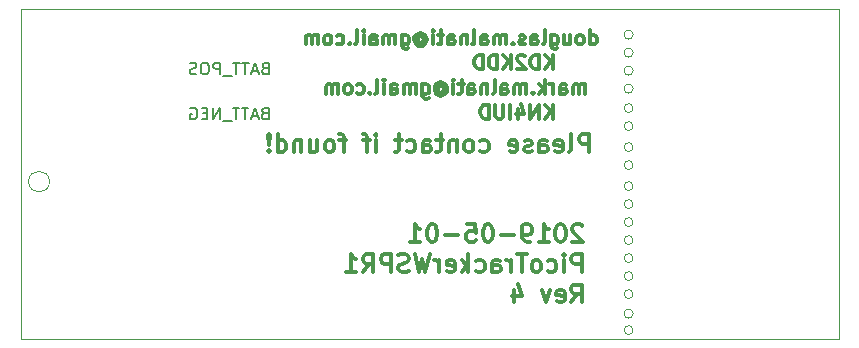
<source format=gbr>
G04 #@! TF.GenerationSoftware,KiCad,Pcbnew,(5.1.0)-1*
G04 #@! TF.CreationDate,2019-05-01T15:09:39-04:00*
G04 #@! TF.ProjectId,PicoTrackerWSPR1Rev4,5069636f-5472-4616-936b-657257535052,rev?*
G04 #@! TF.SameCoordinates,Original*
G04 #@! TF.FileFunction,Legend,Bot*
G04 #@! TF.FilePolarity,Positive*
%FSLAX46Y46*%
G04 Gerber Fmt 4.6, Leading zero omitted, Abs format (unit mm)*
G04 Created by KiCad (PCBNEW (5.1.0)-1) date 2019-05-01 15:09:39*
%MOMM*%
%LPD*%
G04 APERTURE LIST*
%ADD10C,0.100000*%
%ADD11C,0.300000*%
%ADD12C,0.150000*%
G04 APERTURE END LIST*
D10*
X53975000Y-62230000D02*
X53975000Y-63500000D01*
X123190000Y-62230000D02*
X123190000Y-63500000D01*
X53975000Y-90170000D02*
X53975000Y-63500000D01*
X123190000Y-90170000D02*
X53975000Y-90170000D01*
X123190000Y-63500000D02*
X123190000Y-90170000D01*
X53975000Y-62230000D02*
X123190000Y-62230000D01*
X105791021Y-89408000D02*
G75*
G03X105791021Y-89408000I-381021J0D01*
G01*
D11*
X102129000Y-65210857D02*
X102129000Y-64010857D01*
X102129000Y-65153714D02*
X102243285Y-65210857D01*
X102471857Y-65210857D01*
X102586142Y-65153714D01*
X102643285Y-65096571D01*
X102700428Y-64982285D01*
X102700428Y-64639428D01*
X102643285Y-64525142D01*
X102586142Y-64468000D01*
X102471857Y-64410857D01*
X102243285Y-64410857D01*
X102129000Y-64468000D01*
X101386142Y-65210857D02*
X101500428Y-65153714D01*
X101557571Y-65096571D01*
X101614714Y-64982285D01*
X101614714Y-64639428D01*
X101557571Y-64525142D01*
X101500428Y-64468000D01*
X101386142Y-64410857D01*
X101214714Y-64410857D01*
X101100428Y-64468000D01*
X101043285Y-64525142D01*
X100986142Y-64639428D01*
X100986142Y-64982285D01*
X101043285Y-65096571D01*
X101100428Y-65153714D01*
X101214714Y-65210857D01*
X101386142Y-65210857D01*
X99957571Y-64410857D02*
X99957571Y-65210857D01*
X100471857Y-64410857D02*
X100471857Y-65039428D01*
X100414714Y-65153714D01*
X100300428Y-65210857D01*
X100129000Y-65210857D01*
X100014714Y-65153714D01*
X99957571Y-65096571D01*
X98871857Y-64410857D02*
X98871857Y-65382285D01*
X98929000Y-65496571D01*
X98986142Y-65553714D01*
X99100428Y-65610857D01*
X99271857Y-65610857D01*
X99386142Y-65553714D01*
X98871857Y-65153714D02*
X98986142Y-65210857D01*
X99214714Y-65210857D01*
X99329000Y-65153714D01*
X99386142Y-65096571D01*
X99443285Y-64982285D01*
X99443285Y-64639428D01*
X99386142Y-64525142D01*
X99329000Y-64468000D01*
X99214714Y-64410857D01*
X98986142Y-64410857D01*
X98871857Y-64468000D01*
X98129000Y-65210857D02*
X98243285Y-65153714D01*
X98300428Y-65039428D01*
X98300428Y-64010857D01*
X97157571Y-65210857D02*
X97157571Y-64582285D01*
X97214714Y-64468000D01*
X97329000Y-64410857D01*
X97557571Y-64410857D01*
X97671857Y-64468000D01*
X97157571Y-65153714D02*
X97271857Y-65210857D01*
X97557571Y-65210857D01*
X97671857Y-65153714D01*
X97729000Y-65039428D01*
X97729000Y-64925142D01*
X97671857Y-64810857D01*
X97557571Y-64753714D01*
X97271857Y-64753714D01*
X97157571Y-64696571D01*
X96643285Y-65153714D02*
X96529000Y-65210857D01*
X96300428Y-65210857D01*
X96186142Y-65153714D01*
X96129000Y-65039428D01*
X96129000Y-64982285D01*
X96186142Y-64868000D01*
X96300428Y-64810857D01*
X96471857Y-64810857D01*
X96586142Y-64753714D01*
X96643285Y-64639428D01*
X96643285Y-64582285D01*
X96586142Y-64468000D01*
X96471857Y-64410857D01*
X96300428Y-64410857D01*
X96186142Y-64468000D01*
X95614714Y-65096571D02*
X95557571Y-65153714D01*
X95614714Y-65210857D01*
X95671857Y-65153714D01*
X95614714Y-65096571D01*
X95614714Y-65210857D01*
X95043285Y-65210857D02*
X95043285Y-64410857D01*
X95043285Y-64525142D02*
X94986142Y-64468000D01*
X94871857Y-64410857D01*
X94700428Y-64410857D01*
X94586142Y-64468000D01*
X94529000Y-64582285D01*
X94529000Y-65210857D01*
X94529000Y-64582285D02*
X94471857Y-64468000D01*
X94357571Y-64410857D01*
X94186142Y-64410857D01*
X94071857Y-64468000D01*
X94014714Y-64582285D01*
X94014714Y-65210857D01*
X92929000Y-65210857D02*
X92929000Y-64582285D01*
X92986142Y-64468000D01*
X93100428Y-64410857D01*
X93329000Y-64410857D01*
X93443285Y-64468000D01*
X92929000Y-65153714D02*
X93043285Y-65210857D01*
X93329000Y-65210857D01*
X93443285Y-65153714D01*
X93500428Y-65039428D01*
X93500428Y-64925142D01*
X93443285Y-64810857D01*
X93329000Y-64753714D01*
X93043285Y-64753714D01*
X92929000Y-64696571D01*
X92186142Y-65210857D02*
X92300428Y-65153714D01*
X92357571Y-65039428D01*
X92357571Y-64010857D01*
X91729000Y-64410857D02*
X91729000Y-65210857D01*
X91729000Y-64525142D02*
X91671857Y-64468000D01*
X91557571Y-64410857D01*
X91386142Y-64410857D01*
X91271857Y-64468000D01*
X91214714Y-64582285D01*
X91214714Y-65210857D01*
X90129000Y-65210857D02*
X90129000Y-64582285D01*
X90186142Y-64468000D01*
X90300428Y-64410857D01*
X90529000Y-64410857D01*
X90643285Y-64468000D01*
X90129000Y-65153714D02*
X90243285Y-65210857D01*
X90529000Y-65210857D01*
X90643285Y-65153714D01*
X90700428Y-65039428D01*
X90700428Y-64925142D01*
X90643285Y-64810857D01*
X90529000Y-64753714D01*
X90243285Y-64753714D01*
X90129000Y-64696571D01*
X89729000Y-64410857D02*
X89271857Y-64410857D01*
X89557571Y-64010857D02*
X89557571Y-65039428D01*
X89500428Y-65153714D01*
X89386142Y-65210857D01*
X89271857Y-65210857D01*
X88871857Y-65210857D02*
X88871857Y-64410857D01*
X88871857Y-64010857D02*
X88929000Y-64068000D01*
X88871857Y-64125142D01*
X88814714Y-64068000D01*
X88871857Y-64010857D01*
X88871857Y-64125142D01*
X87557571Y-64639428D02*
X87614714Y-64582285D01*
X87729000Y-64525142D01*
X87843285Y-64525142D01*
X87957571Y-64582285D01*
X88014714Y-64639428D01*
X88071857Y-64753714D01*
X88071857Y-64868000D01*
X88014714Y-64982285D01*
X87957571Y-65039428D01*
X87843285Y-65096571D01*
X87729000Y-65096571D01*
X87614714Y-65039428D01*
X87557571Y-64982285D01*
X87557571Y-64525142D02*
X87557571Y-64982285D01*
X87500428Y-65039428D01*
X87443285Y-65039428D01*
X87329000Y-64982285D01*
X87271857Y-64868000D01*
X87271857Y-64582285D01*
X87386142Y-64410857D01*
X87557571Y-64296571D01*
X87786142Y-64239428D01*
X88014714Y-64296571D01*
X88186142Y-64410857D01*
X88300428Y-64582285D01*
X88357571Y-64810857D01*
X88300428Y-65039428D01*
X88186142Y-65210857D01*
X88014714Y-65325142D01*
X87786142Y-65382285D01*
X87557571Y-65325142D01*
X87386142Y-65210857D01*
X86243285Y-64410857D02*
X86243285Y-65382285D01*
X86300428Y-65496571D01*
X86357571Y-65553714D01*
X86471857Y-65610857D01*
X86643285Y-65610857D01*
X86757571Y-65553714D01*
X86243285Y-65153714D02*
X86357571Y-65210857D01*
X86586142Y-65210857D01*
X86700428Y-65153714D01*
X86757571Y-65096571D01*
X86814714Y-64982285D01*
X86814714Y-64639428D01*
X86757571Y-64525142D01*
X86700428Y-64468000D01*
X86586142Y-64410857D01*
X86357571Y-64410857D01*
X86243285Y-64468000D01*
X85671857Y-65210857D02*
X85671857Y-64410857D01*
X85671857Y-64525142D02*
X85614714Y-64468000D01*
X85500428Y-64410857D01*
X85329000Y-64410857D01*
X85214714Y-64468000D01*
X85157571Y-64582285D01*
X85157571Y-65210857D01*
X85157571Y-64582285D02*
X85100428Y-64468000D01*
X84986142Y-64410857D01*
X84814714Y-64410857D01*
X84700428Y-64468000D01*
X84643285Y-64582285D01*
X84643285Y-65210857D01*
X83557571Y-65210857D02*
X83557571Y-64582285D01*
X83614714Y-64468000D01*
X83729000Y-64410857D01*
X83957571Y-64410857D01*
X84071857Y-64468000D01*
X83557571Y-65153714D02*
X83671857Y-65210857D01*
X83957571Y-65210857D01*
X84071857Y-65153714D01*
X84129000Y-65039428D01*
X84129000Y-64925142D01*
X84071857Y-64810857D01*
X83957571Y-64753714D01*
X83671857Y-64753714D01*
X83557571Y-64696571D01*
X82986142Y-65210857D02*
X82986142Y-64410857D01*
X82986142Y-64010857D02*
X83043285Y-64068000D01*
X82986142Y-64125142D01*
X82929000Y-64068000D01*
X82986142Y-64010857D01*
X82986142Y-64125142D01*
X82243285Y-65210857D02*
X82357571Y-65153714D01*
X82414714Y-65039428D01*
X82414714Y-64010857D01*
X81786142Y-65096571D02*
X81729000Y-65153714D01*
X81786142Y-65210857D01*
X81843285Y-65153714D01*
X81786142Y-65096571D01*
X81786142Y-65210857D01*
X80700428Y-65153714D02*
X80814714Y-65210857D01*
X81043285Y-65210857D01*
X81157571Y-65153714D01*
X81214714Y-65096571D01*
X81271857Y-64982285D01*
X81271857Y-64639428D01*
X81214714Y-64525142D01*
X81157571Y-64468000D01*
X81043285Y-64410857D01*
X80814714Y-64410857D01*
X80700428Y-64468000D01*
X80014714Y-65210857D02*
X80129000Y-65153714D01*
X80186142Y-65096571D01*
X80243285Y-64982285D01*
X80243285Y-64639428D01*
X80186142Y-64525142D01*
X80129000Y-64468000D01*
X80014714Y-64410857D01*
X79843285Y-64410857D01*
X79729000Y-64468000D01*
X79671857Y-64525142D01*
X79614714Y-64639428D01*
X79614714Y-64982285D01*
X79671857Y-65096571D01*
X79729000Y-65153714D01*
X79843285Y-65210857D01*
X80014714Y-65210857D01*
X79100428Y-65210857D02*
X79100428Y-64410857D01*
X79100428Y-64525142D02*
X79043285Y-64468000D01*
X78929000Y-64410857D01*
X78757571Y-64410857D01*
X78643285Y-64468000D01*
X78586142Y-64582285D01*
X78586142Y-65210857D01*
X78586142Y-64582285D02*
X78529000Y-64468000D01*
X78414714Y-64410857D01*
X78243285Y-64410857D01*
X78129000Y-64468000D01*
X78071857Y-64582285D01*
X78071857Y-65210857D01*
X98986142Y-67310857D02*
X98986142Y-66110857D01*
X98300428Y-67310857D02*
X98814714Y-66625142D01*
X98300428Y-66110857D02*
X98986142Y-66796571D01*
X97786142Y-67310857D02*
X97786142Y-66110857D01*
X97500428Y-66110857D01*
X97329000Y-66168000D01*
X97214714Y-66282285D01*
X97157571Y-66396571D01*
X97100428Y-66625142D01*
X97100428Y-66796571D01*
X97157571Y-67025142D01*
X97214714Y-67139428D01*
X97329000Y-67253714D01*
X97500428Y-67310857D01*
X97786142Y-67310857D01*
X96643285Y-66225142D02*
X96586142Y-66168000D01*
X96471857Y-66110857D01*
X96186142Y-66110857D01*
X96071857Y-66168000D01*
X96014714Y-66225142D01*
X95957571Y-66339428D01*
X95957571Y-66453714D01*
X96014714Y-66625142D01*
X96700428Y-67310857D01*
X95957571Y-67310857D01*
X95443285Y-67310857D02*
X95443285Y-66110857D01*
X94757571Y-67310857D02*
X95271857Y-66625142D01*
X94757571Y-66110857D02*
X95443285Y-66796571D01*
X94243285Y-67310857D02*
X94243285Y-66110857D01*
X93957571Y-66110857D01*
X93786142Y-66168000D01*
X93671857Y-66282285D01*
X93614714Y-66396571D01*
X93557571Y-66625142D01*
X93557571Y-66796571D01*
X93614714Y-67025142D01*
X93671857Y-67139428D01*
X93786142Y-67253714D01*
X93957571Y-67310857D01*
X94243285Y-67310857D01*
X93043285Y-67310857D02*
X93043285Y-66110857D01*
X92757571Y-66110857D01*
X92586142Y-66168000D01*
X92471857Y-66282285D01*
X92414714Y-66396571D01*
X92357571Y-66625142D01*
X92357571Y-66796571D01*
X92414714Y-67025142D01*
X92471857Y-67139428D01*
X92586142Y-67253714D01*
X92757571Y-67310857D01*
X93043285Y-67310857D01*
X101729000Y-69410857D02*
X101729000Y-68610857D01*
X101729000Y-68725142D02*
X101671857Y-68668000D01*
X101557571Y-68610857D01*
X101386142Y-68610857D01*
X101271857Y-68668000D01*
X101214714Y-68782285D01*
X101214714Y-69410857D01*
X101214714Y-68782285D02*
X101157571Y-68668000D01*
X101043285Y-68610857D01*
X100871857Y-68610857D01*
X100757571Y-68668000D01*
X100700428Y-68782285D01*
X100700428Y-69410857D01*
X99614714Y-69410857D02*
X99614714Y-68782285D01*
X99671857Y-68668000D01*
X99786142Y-68610857D01*
X100014714Y-68610857D01*
X100129000Y-68668000D01*
X99614714Y-69353714D02*
X99729000Y-69410857D01*
X100014714Y-69410857D01*
X100129000Y-69353714D01*
X100186142Y-69239428D01*
X100186142Y-69125142D01*
X100129000Y-69010857D01*
X100014714Y-68953714D01*
X99729000Y-68953714D01*
X99614714Y-68896571D01*
X99043285Y-69410857D02*
X99043285Y-68610857D01*
X99043285Y-68839428D02*
X98986142Y-68725142D01*
X98929000Y-68668000D01*
X98814714Y-68610857D01*
X98700428Y-68610857D01*
X98300428Y-69410857D02*
X98300428Y-68210857D01*
X98186142Y-68953714D02*
X97843285Y-69410857D01*
X97843285Y-68610857D02*
X98300428Y-69068000D01*
X97329000Y-69296571D02*
X97271857Y-69353714D01*
X97329000Y-69410857D01*
X97386142Y-69353714D01*
X97329000Y-69296571D01*
X97329000Y-69410857D01*
X96757571Y-69410857D02*
X96757571Y-68610857D01*
X96757571Y-68725142D02*
X96700428Y-68668000D01*
X96586142Y-68610857D01*
X96414714Y-68610857D01*
X96300428Y-68668000D01*
X96243285Y-68782285D01*
X96243285Y-69410857D01*
X96243285Y-68782285D02*
X96186142Y-68668000D01*
X96071857Y-68610857D01*
X95900428Y-68610857D01*
X95786142Y-68668000D01*
X95729000Y-68782285D01*
X95729000Y-69410857D01*
X94643285Y-69410857D02*
X94643285Y-68782285D01*
X94700428Y-68668000D01*
X94814714Y-68610857D01*
X95043285Y-68610857D01*
X95157571Y-68668000D01*
X94643285Y-69353714D02*
X94757571Y-69410857D01*
X95043285Y-69410857D01*
X95157571Y-69353714D01*
X95214714Y-69239428D01*
X95214714Y-69125142D01*
X95157571Y-69010857D01*
X95043285Y-68953714D01*
X94757571Y-68953714D01*
X94643285Y-68896571D01*
X93900428Y-69410857D02*
X94014714Y-69353714D01*
X94071857Y-69239428D01*
X94071857Y-68210857D01*
X93443285Y-68610857D02*
X93443285Y-69410857D01*
X93443285Y-68725142D02*
X93386142Y-68668000D01*
X93271857Y-68610857D01*
X93100428Y-68610857D01*
X92986142Y-68668000D01*
X92929000Y-68782285D01*
X92929000Y-69410857D01*
X91843285Y-69410857D02*
X91843285Y-68782285D01*
X91900428Y-68668000D01*
X92014714Y-68610857D01*
X92243285Y-68610857D01*
X92357571Y-68668000D01*
X91843285Y-69353714D02*
X91957571Y-69410857D01*
X92243285Y-69410857D01*
X92357571Y-69353714D01*
X92414714Y-69239428D01*
X92414714Y-69125142D01*
X92357571Y-69010857D01*
X92243285Y-68953714D01*
X91957571Y-68953714D01*
X91843285Y-68896571D01*
X91443285Y-68610857D02*
X90986142Y-68610857D01*
X91271857Y-68210857D02*
X91271857Y-69239428D01*
X91214714Y-69353714D01*
X91100428Y-69410857D01*
X90986142Y-69410857D01*
X90586142Y-69410857D02*
X90586142Y-68610857D01*
X90586142Y-68210857D02*
X90643285Y-68268000D01*
X90586142Y-68325142D01*
X90529000Y-68268000D01*
X90586142Y-68210857D01*
X90586142Y-68325142D01*
X89271857Y-68839428D02*
X89329000Y-68782285D01*
X89443285Y-68725142D01*
X89557571Y-68725142D01*
X89671857Y-68782285D01*
X89729000Y-68839428D01*
X89786142Y-68953714D01*
X89786142Y-69068000D01*
X89729000Y-69182285D01*
X89671857Y-69239428D01*
X89557571Y-69296571D01*
X89443285Y-69296571D01*
X89329000Y-69239428D01*
X89271857Y-69182285D01*
X89271857Y-68725142D02*
X89271857Y-69182285D01*
X89214714Y-69239428D01*
X89157571Y-69239428D01*
X89043285Y-69182285D01*
X88986142Y-69068000D01*
X88986142Y-68782285D01*
X89100428Y-68610857D01*
X89271857Y-68496571D01*
X89500428Y-68439428D01*
X89729000Y-68496571D01*
X89900428Y-68610857D01*
X90014714Y-68782285D01*
X90071857Y-69010857D01*
X90014714Y-69239428D01*
X89900428Y-69410857D01*
X89729000Y-69525142D01*
X89500428Y-69582285D01*
X89271857Y-69525142D01*
X89100428Y-69410857D01*
X87957571Y-68610857D02*
X87957571Y-69582285D01*
X88014714Y-69696571D01*
X88071857Y-69753714D01*
X88186142Y-69810857D01*
X88357571Y-69810857D01*
X88471857Y-69753714D01*
X87957571Y-69353714D02*
X88071857Y-69410857D01*
X88300428Y-69410857D01*
X88414714Y-69353714D01*
X88471857Y-69296571D01*
X88529000Y-69182285D01*
X88529000Y-68839428D01*
X88471857Y-68725142D01*
X88414714Y-68668000D01*
X88300428Y-68610857D01*
X88071857Y-68610857D01*
X87957571Y-68668000D01*
X87386142Y-69410857D02*
X87386142Y-68610857D01*
X87386142Y-68725142D02*
X87329000Y-68668000D01*
X87214714Y-68610857D01*
X87043285Y-68610857D01*
X86929000Y-68668000D01*
X86871857Y-68782285D01*
X86871857Y-69410857D01*
X86871857Y-68782285D02*
X86814714Y-68668000D01*
X86700428Y-68610857D01*
X86529000Y-68610857D01*
X86414714Y-68668000D01*
X86357571Y-68782285D01*
X86357571Y-69410857D01*
X85271857Y-69410857D02*
X85271857Y-68782285D01*
X85329000Y-68668000D01*
X85443285Y-68610857D01*
X85671857Y-68610857D01*
X85786142Y-68668000D01*
X85271857Y-69353714D02*
X85386142Y-69410857D01*
X85671857Y-69410857D01*
X85786142Y-69353714D01*
X85843285Y-69239428D01*
X85843285Y-69125142D01*
X85786142Y-69010857D01*
X85671857Y-68953714D01*
X85386142Y-68953714D01*
X85271857Y-68896571D01*
X84700428Y-69410857D02*
X84700428Y-68610857D01*
X84700428Y-68210857D02*
X84757571Y-68268000D01*
X84700428Y-68325142D01*
X84643285Y-68268000D01*
X84700428Y-68210857D01*
X84700428Y-68325142D01*
X83957571Y-69410857D02*
X84071857Y-69353714D01*
X84129000Y-69239428D01*
X84129000Y-68210857D01*
X83500428Y-69296571D02*
X83443285Y-69353714D01*
X83500428Y-69410857D01*
X83557571Y-69353714D01*
X83500428Y-69296571D01*
X83500428Y-69410857D01*
X82414714Y-69353714D02*
X82529000Y-69410857D01*
X82757571Y-69410857D01*
X82871857Y-69353714D01*
X82929000Y-69296571D01*
X82986142Y-69182285D01*
X82986142Y-68839428D01*
X82929000Y-68725142D01*
X82871857Y-68668000D01*
X82757571Y-68610857D01*
X82529000Y-68610857D01*
X82414714Y-68668000D01*
X81729000Y-69410857D02*
X81843285Y-69353714D01*
X81900428Y-69296571D01*
X81957571Y-69182285D01*
X81957571Y-68839428D01*
X81900428Y-68725142D01*
X81843285Y-68668000D01*
X81729000Y-68610857D01*
X81557571Y-68610857D01*
X81443285Y-68668000D01*
X81386142Y-68725142D01*
X81329000Y-68839428D01*
X81329000Y-69182285D01*
X81386142Y-69296571D01*
X81443285Y-69353714D01*
X81557571Y-69410857D01*
X81729000Y-69410857D01*
X80814714Y-69410857D02*
X80814714Y-68610857D01*
X80814714Y-68725142D02*
X80757571Y-68668000D01*
X80643285Y-68610857D01*
X80471857Y-68610857D01*
X80357571Y-68668000D01*
X80300428Y-68782285D01*
X80300428Y-69410857D01*
X80300428Y-68782285D02*
X80243285Y-68668000D01*
X80129000Y-68610857D01*
X79957571Y-68610857D01*
X79843285Y-68668000D01*
X79786142Y-68782285D01*
X79786142Y-69410857D01*
X98986142Y-71510857D02*
X98986142Y-70310857D01*
X98300428Y-71510857D02*
X98814714Y-70825142D01*
X98300428Y-70310857D02*
X98986142Y-70996571D01*
X97786142Y-71510857D02*
X97786142Y-70310857D01*
X97100428Y-71510857D01*
X97100428Y-70310857D01*
X96014714Y-70710857D02*
X96014714Y-71510857D01*
X96300428Y-70253714D02*
X96586142Y-71110857D01*
X95843285Y-71110857D01*
X95386142Y-71510857D02*
X95386142Y-70310857D01*
X94814714Y-70310857D02*
X94814714Y-71282285D01*
X94757571Y-71396571D01*
X94700428Y-71453714D01*
X94586142Y-71510857D01*
X94357571Y-71510857D01*
X94243285Y-71453714D01*
X94186142Y-71396571D01*
X94129000Y-71282285D01*
X94129000Y-70310857D01*
X93557571Y-71510857D02*
X93557571Y-70310857D01*
X93271857Y-70310857D01*
X93100428Y-70368000D01*
X92986142Y-70482285D01*
X92929000Y-70596571D01*
X92871857Y-70825142D01*
X92871857Y-70996571D01*
X92929000Y-71225142D01*
X92986142Y-71339428D01*
X93100428Y-71453714D01*
X93271857Y-71510857D01*
X93557571Y-71510857D01*
D10*
X105791021Y-64389000D02*
G75*
G03X105791021Y-64389000I-381021J0D01*
G01*
X105791021Y-65913000D02*
G75*
G03X105791021Y-65913000I-381021J0D01*
G01*
X105791021Y-67437000D02*
G75*
G03X105791021Y-67437000I-381021J0D01*
G01*
X105791021Y-68961000D02*
G75*
G03X105791021Y-68961000I-381021J0D01*
G01*
X105791021Y-70612000D02*
G75*
G03X105791021Y-70612000I-381021J0D01*
G01*
X105791021Y-72136000D02*
G75*
G03X105791021Y-72136000I-381021J0D01*
G01*
X105791021Y-73914000D02*
G75*
G03X105791021Y-73914000I-381021J0D01*
G01*
X105791021Y-75438000D02*
G75*
G03X105791021Y-75438000I-381021J0D01*
G01*
X105791021Y-77216000D02*
G75*
G03X105791021Y-77216000I-381021J0D01*
G01*
X105791021Y-78740000D02*
G75*
G03X105791021Y-78740000I-381021J0D01*
G01*
X105791021Y-80264000D02*
G75*
G03X105791021Y-80264000I-381021J0D01*
G01*
X105791021Y-81788000D02*
G75*
G03X105791021Y-81788000I-381021J0D01*
G01*
X105791021Y-83312000D02*
G75*
G03X105791021Y-83312000I-381021J0D01*
G01*
X105791021Y-86360000D02*
G75*
G03X105791021Y-86360000I-381021J0D01*
G01*
X105791021Y-84836000D02*
G75*
G03X105791021Y-84836000I-381021J0D01*
G01*
D11*
X101500285Y-80591428D02*
X101428857Y-80520000D01*
X101286000Y-80448571D01*
X100928857Y-80448571D01*
X100786000Y-80520000D01*
X100714571Y-80591428D01*
X100643142Y-80734285D01*
X100643142Y-80877142D01*
X100714571Y-81091428D01*
X101571714Y-81948571D01*
X100643142Y-81948571D01*
X99714571Y-80448571D02*
X99571714Y-80448571D01*
X99428857Y-80520000D01*
X99357428Y-80591428D01*
X99286000Y-80734285D01*
X99214571Y-81020000D01*
X99214571Y-81377142D01*
X99286000Y-81662857D01*
X99357428Y-81805714D01*
X99428857Y-81877142D01*
X99571714Y-81948571D01*
X99714571Y-81948571D01*
X99857428Y-81877142D01*
X99928857Y-81805714D01*
X100000285Y-81662857D01*
X100071714Y-81377142D01*
X100071714Y-81020000D01*
X100000285Y-80734285D01*
X99928857Y-80591428D01*
X99857428Y-80520000D01*
X99714571Y-80448571D01*
X97786000Y-81948571D02*
X98643142Y-81948571D01*
X98214571Y-81948571D02*
X98214571Y-80448571D01*
X98357428Y-80662857D01*
X98500285Y-80805714D01*
X98643142Y-80877142D01*
X97071714Y-81948571D02*
X96786000Y-81948571D01*
X96643142Y-81877142D01*
X96571714Y-81805714D01*
X96428857Y-81591428D01*
X96357428Y-81305714D01*
X96357428Y-80734285D01*
X96428857Y-80591428D01*
X96500285Y-80520000D01*
X96643142Y-80448571D01*
X96928857Y-80448571D01*
X97071714Y-80520000D01*
X97143142Y-80591428D01*
X97214571Y-80734285D01*
X97214571Y-81091428D01*
X97143142Y-81234285D01*
X97071714Y-81305714D01*
X96928857Y-81377142D01*
X96643142Y-81377142D01*
X96500285Y-81305714D01*
X96428857Y-81234285D01*
X96357428Y-81091428D01*
X95714571Y-81377142D02*
X94571714Y-81377142D01*
X93571714Y-80448571D02*
X93428857Y-80448571D01*
X93286000Y-80520000D01*
X93214571Y-80591428D01*
X93143142Y-80734285D01*
X93071714Y-81020000D01*
X93071714Y-81377142D01*
X93143142Y-81662857D01*
X93214571Y-81805714D01*
X93286000Y-81877142D01*
X93428857Y-81948571D01*
X93571714Y-81948571D01*
X93714571Y-81877142D01*
X93786000Y-81805714D01*
X93857428Y-81662857D01*
X93928857Y-81377142D01*
X93928857Y-81020000D01*
X93857428Y-80734285D01*
X93786000Y-80591428D01*
X93714571Y-80520000D01*
X93571714Y-80448571D01*
X91714571Y-80448571D02*
X92428857Y-80448571D01*
X92500285Y-81162857D01*
X92428857Y-81091428D01*
X92286000Y-81020000D01*
X91928857Y-81020000D01*
X91786000Y-81091428D01*
X91714571Y-81162857D01*
X91643142Y-81305714D01*
X91643142Y-81662857D01*
X91714571Y-81805714D01*
X91786000Y-81877142D01*
X91928857Y-81948571D01*
X92286000Y-81948571D01*
X92428857Y-81877142D01*
X92500285Y-81805714D01*
X91000285Y-81377142D02*
X89857428Y-81377142D01*
X88857428Y-80448571D02*
X88714571Y-80448571D01*
X88571714Y-80520000D01*
X88500285Y-80591428D01*
X88428857Y-80734285D01*
X88357428Y-81020000D01*
X88357428Y-81377142D01*
X88428857Y-81662857D01*
X88500285Y-81805714D01*
X88571714Y-81877142D01*
X88714571Y-81948571D01*
X88857428Y-81948571D01*
X89000285Y-81877142D01*
X89071714Y-81805714D01*
X89143142Y-81662857D01*
X89214571Y-81377142D01*
X89214571Y-81020000D01*
X89143142Y-80734285D01*
X89071714Y-80591428D01*
X89000285Y-80520000D01*
X88857428Y-80448571D01*
X86928857Y-81948571D02*
X87786000Y-81948571D01*
X87357428Y-81948571D02*
X87357428Y-80448571D01*
X87500285Y-80662857D01*
X87643142Y-80805714D01*
X87786000Y-80877142D01*
X101428857Y-84498571D02*
X101428857Y-82998571D01*
X100857428Y-82998571D01*
X100714571Y-83070000D01*
X100643142Y-83141428D01*
X100571714Y-83284285D01*
X100571714Y-83498571D01*
X100643142Y-83641428D01*
X100714571Y-83712857D01*
X100857428Y-83784285D01*
X101428857Y-83784285D01*
X99928857Y-84498571D02*
X99928857Y-83498571D01*
X99928857Y-82998571D02*
X100000285Y-83070000D01*
X99928857Y-83141428D01*
X99857428Y-83070000D01*
X99928857Y-82998571D01*
X99928857Y-83141428D01*
X98571714Y-84427142D02*
X98714571Y-84498571D01*
X99000285Y-84498571D01*
X99143142Y-84427142D01*
X99214571Y-84355714D01*
X99286000Y-84212857D01*
X99286000Y-83784285D01*
X99214571Y-83641428D01*
X99143142Y-83570000D01*
X99000285Y-83498571D01*
X98714571Y-83498571D01*
X98571714Y-83570000D01*
X97714571Y-84498571D02*
X97857428Y-84427142D01*
X97928857Y-84355714D01*
X98000285Y-84212857D01*
X98000285Y-83784285D01*
X97928857Y-83641428D01*
X97857428Y-83570000D01*
X97714571Y-83498571D01*
X97500285Y-83498571D01*
X97357428Y-83570000D01*
X97286000Y-83641428D01*
X97214571Y-83784285D01*
X97214571Y-84212857D01*
X97286000Y-84355714D01*
X97357428Y-84427142D01*
X97500285Y-84498571D01*
X97714571Y-84498571D01*
X96786000Y-82998571D02*
X95928857Y-82998571D01*
X96357428Y-84498571D02*
X96357428Y-82998571D01*
X95428857Y-84498571D02*
X95428857Y-83498571D01*
X95428857Y-83784285D02*
X95357428Y-83641428D01*
X95286000Y-83570000D01*
X95143142Y-83498571D01*
X95000285Y-83498571D01*
X93857428Y-84498571D02*
X93857428Y-83712857D01*
X93928857Y-83570000D01*
X94071714Y-83498571D01*
X94357428Y-83498571D01*
X94500285Y-83570000D01*
X93857428Y-84427142D02*
X94000285Y-84498571D01*
X94357428Y-84498571D01*
X94500285Y-84427142D01*
X94571714Y-84284285D01*
X94571714Y-84141428D01*
X94500285Y-83998571D01*
X94357428Y-83927142D01*
X94000285Y-83927142D01*
X93857428Y-83855714D01*
X92500285Y-84427142D02*
X92643142Y-84498571D01*
X92928857Y-84498571D01*
X93071714Y-84427142D01*
X93143142Y-84355714D01*
X93214571Y-84212857D01*
X93214571Y-83784285D01*
X93143142Y-83641428D01*
X93071714Y-83570000D01*
X92928857Y-83498571D01*
X92643142Y-83498571D01*
X92500285Y-83570000D01*
X91857428Y-84498571D02*
X91857428Y-82998571D01*
X91714571Y-83927142D02*
X91286000Y-84498571D01*
X91286000Y-83498571D02*
X91857428Y-84070000D01*
X90071714Y-84427142D02*
X90214571Y-84498571D01*
X90500285Y-84498571D01*
X90643142Y-84427142D01*
X90714571Y-84284285D01*
X90714571Y-83712857D01*
X90643142Y-83570000D01*
X90500285Y-83498571D01*
X90214571Y-83498571D01*
X90071714Y-83570000D01*
X90000285Y-83712857D01*
X90000285Y-83855714D01*
X90714571Y-83998571D01*
X89357428Y-84498571D02*
X89357428Y-83498571D01*
X89357428Y-83784285D02*
X89286000Y-83641428D01*
X89214571Y-83570000D01*
X89071714Y-83498571D01*
X88928857Y-83498571D01*
X88571714Y-82998571D02*
X88214571Y-84498571D01*
X87928857Y-83427142D01*
X87643142Y-84498571D01*
X87286000Y-82998571D01*
X86786000Y-84427142D02*
X86571714Y-84498571D01*
X86214571Y-84498571D01*
X86071714Y-84427142D01*
X86000285Y-84355714D01*
X85928857Y-84212857D01*
X85928857Y-84070000D01*
X86000285Y-83927142D01*
X86071714Y-83855714D01*
X86214571Y-83784285D01*
X86500285Y-83712857D01*
X86643142Y-83641428D01*
X86714571Y-83570000D01*
X86786000Y-83427142D01*
X86786000Y-83284285D01*
X86714571Y-83141428D01*
X86643142Y-83070000D01*
X86500285Y-82998571D01*
X86143142Y-82998571D01*
X85928857Y-83070000D01*
X85286000Y-84498571D02*
X85286000Y-82998571D01*
X84714571Y-82998571D01*
X84571714Y-83070000D01*
X84500285Y-83141428D01*
X84428857Y-83284285D01*
X84428857Y-83498571D01*
X84500285Y-83641428D01*
X84571714Y-83712857D01*
X84714571Y-83784285D01*
X85286000Y-83784285D01*
X82928857Y-84498571D02*
X83428857Y-83784285D01*
X83786000Y-84498571D02*
X83786000Y-82998571D01*
X83214571Y-82998571D01*
X83071714Y-83070000D01*
X83000285Y-83141428D01*
X82928857Y-83284285D01*
X82928857Y-83498571D01*
X83000285Y-83641428D01*
X83071714Y-83712857D01*
X83214571Y-83784285D01*
X83786000Y-83784285D01*
X81500285Y-84498571D02*
X82357428Y-84498571D01*
X81928857Y-84498571D02*
X81928857Y-82998571D01*
X82071714Y-83212857D01*
X82214571Y-83355714D01*
X82357428Y-83427142D01*
X100571714Y-87048571D02*
X101071714Y-86334285D01*
X101428857Y-87048571D02*
X101428857Y-85548571D01*
X100857428Y-85548571D01*
X100714571Y-85620000D01*
X100643142Y-85691428D01*
X100571714Y-85834285D01*
X100571714Y-86048571D01*
X100643142Y-86191428D01*
X100714571Y-86262857D01*
X100857428Y-86334285D01*
X101428857Y-86334285D01*
X99357428Y-86977142D02*
X99500285Y-87048571D01*
X99786000Y-87048571D01*
X99928857Y-86977142D01*
X100000285Y-86834285D01*
X100000285Y-86262857D01*
X99928857Y-86120000D01*
X99786000Y-86048571D01*
X99500285Y-86048571D01*
X99357428Y-86120000D01*
X99286000Y-86262857D01*
X99286000Y-86405714D01*
X100000285Y-86548571D01*
X98786000Y-86048571D02*
X98428857Y-87048571D01*
X98071714Y-86048571D01*
X95714571Y-86048571D02*
X95714571Y-87048571D01*
X96071714Y-85477142D02*
X96428857Y-86548571D01*
X95500285Y-86548571D01*
X102063857Y-74338571D02*
X102063857Y-72838571D01*
X101492428Y-72838571D01*
X101349571Y-72910000D01*
X101278142Y-72981428D01*
X101206714Y-73124285D01*
X101206714Y-73338571D01*
X101278142Y-73481428D01*
X101349571Y-73552857D01*
X101492428Y-73624285D01*
X102063857Y-73624285D01*
X100349571Y-74338571D02*
X100492428Y-74267142D01*
X100563857Y-74124285D01*
X100563857Y-72838571D01*
X99206714Y-74267142D02*
X99349571Y-74338571D01*
X99635285Y-74338571D01*
X99778142Y-74267142D01*
X99849571Y-74124285D01*
X99849571Y-73552857D01*
X99778142Y-73410000D01*
X99635285Y-73338571D01*
X99349571Y-73338571D01*
X99206714Y-73410000D01*
X99135285Y-73552857D01*
X99135285Y-73695714D01*
X99849571Y-73838571D01*
X97849571Y-74338571D02*
X97849571Y-73552857D01*
X97921000Y-73410000D01*
X98063857Y-73338571D01*
X98349571Y-73338571D01*
X98492428Y-73410000D01*
X97849571Y-74267142D02*
X97992428Y-74338571D01*
X98349571Y-74338571D01*
X98492428Y-74267142D01*
X98563857Y-74124285D01*
X98563857Y-73981428D01*
X98492428Y-73838571D01*
X98349571Y-73767142D01*
X97992428Y-73767142D01*
X97849571Y-73695714D01*
X97206714Y-74267142D02*
X97063857Y-74338571D01*
X96778142Y-74338571D01*
X96635285Y-74267142D01*
X96563857Y-74124285D01*
X96563857Y-74052857D01*
X96635285Y-73910000D01*
X96778142Y-73838571D01*
X96992428Y-73838571D01*
X97135285Y-73767142D01*
X97206714Y-73624285D01*
X97206714Y-73552857D01*
X97135285Y-73410000D01*
X96992428Y-73338571D01*
X96778142Y-73338571D01*
X96635285Y-73410000D01*
X95349571Y-74267142D02*
X95492428Y-74338571D01*
X95778142Y-74338571D01*
X95921000Y-74267142D01*
X95992428Y-74124285D01*
X95992428Y-73552857D01*
X95921000Y-73410000D01*
X95778142Y-73338571D01*
X95492428Y-73338571D01*
X95349571Y-73410000D01*
X95278142Y-73552857D01*
X95278142Y-73695714D01*
X95992428Y-73838571D01*
X92849571Y-74267142D02*
X92992428Y-74338571D01*
X93278142Y-74338571D01*
X93421000Y-74267142D01*
X93492428Y-74195714D01*
X93563857Y-74052857D01*
X93563857Y-73624285D01*
X93492428Y-73481428D01*
X93421000Y-73410000D01*
X93278142Y-73338571D01*
X92992428Y-73338571D01*
X92849571Y-73410000D01*
X91992428Y-74338571D02*
X92135285Y-74267142D01*
X92206714Y-74195714D01*
X92278142Y-74052857D01*
X92278142Y-73624285D01*
X92206714Y-73481428D01*
X92135285Y-73410000D01*
X91992428Y-73338571D01*
X91778142Y-73338571D01*
X91635285Y-73410000D01*
X91563857Y-73481428D01*
X91492428Y-73624285D01*
X91492428Y-74052857D01*
X91563857Y-74195714D01*
X91635285Y-74267142D01*
X91778142Y-74338571D01*
X91992428Y-74338571D01*
X90849571Y-73338571D02*
X90849571Y-74338571D01*
X90849571Y-73481428D02*
X90778142Y-73410000D01*
X90635285Y-73338571D01*
X90421000Y-73338571D01*
X90278142Y-73410000D01*
X90206714Y-73552857D01*
X90206714Y-74338571D01*
X89706714Y-73338571D02*
X89135285Y-73338571D01*
X89492428Y-72838571D02*
X89492428Y-74124285D01*
X89421000Y-74267142D01*
X89278142Y-74338571D01*
X89135285Y-74338571D01*
X87992428Y-74338571D02*
X87992428Y-73552857D01*
X88063857Y-73410000D01*
X88206714Y-73338571D01*
X88492428Y-73338571D01*
X88635285Y-73410000D01*
X87992428Y-74267142D02*
X88135285Y-74338571D01*
X88492428Y-74338571D01*
X88635285Y-74267142D01*
X88706714Y-74124285D01*
X88706714Y-73981428D01*
X88635285Y-73838571D01*
X88492428Y-73767142D01*
X88135285Y-73767142D01*
X87992428Y-73695714D01*
X86635285Y-74267142D02*
X86778142Y-74338571D01*
X87063857Y-74338571D01*
X87206714Y-74267142D01*
X87278142Y-74195714D01*
X87349571Y-74052857D01*
X87349571Y-73624285D01*
X87278142Y-73481428D01*
X87206714Y-73410000D01*
X87063857Y-73338571D01*
X86778142Y-73338571D01*
X86635285Y-73410000D01*
X86206714Y-73338571D02*
X85635285Y-73338571D01*
X85992428Y-72838571D02*
X85992428Y-74124285D01*
X85921000Y-74267142D01*
X85778142Y-74338571D01*
X85635285Y-74338571D01*
X83992428Y-74338571D02*
X83992428Y-73338571D01*
X83992428Y-72838571D02*
X84063857Y-72910000D01*
X83992428Y-72981428D01*
X83921000Y-72910000D01*
X83992428Y-72838571D01*
X83992428Y-72981428D01*
X83492428Y-73338571D02*
X82921000Y-73338571D01*
X83278142Y-74338571D02*
X83278142Y-73052857D01*
X83206714Y-72910000D01*
X83063857Y-72838571D01*
X82921000Y-72838571D01*
X81492428Y-73338571D02*
X80921000Y-73338571D01*
X81278142Y-74338571D02*
X81278142Y-73052857D01*
X81206714Y-72910000D01*
X81063857Y-72838571D01*
X80921000Y-72838571D01*
X80206714Y-74338571D02*
X80349571Y-74267142D01*
X80421000Y-74195714D01*
X80492428Y-74052857D01*
X80492428Y-73624285D01*
X80421000Y-73481428D01*
X80349571Y-73410000D01*
X80206714Y-73338571D01*
X79992428Y-73338571D01*
X79849571Y-73410000D01*
X79778142Y-73481428D01*
X79706714Y-73624285D01*
X79706714Y-74052857D01*
X79778142Y-74195714D01*
X79849571Y-74267142D01*
X79992428Y-74338571D01*
X80206714Y-74338571D01*
X78421000Y-73338571D02*
X78421000Y-74338571D01*
X79063857Y-73338571D02*
X79063857Y-74124285D01*
X78992428Y-74267142D01*
X78849571Y-74338571D01*
X78635285Y-74338571D01*
X78492428Y-74267142D01*
X78421000Y-74195714D01*
X77706714Y-73338571D02*
X77706714Y-74338571D01*
X77706714Y-73481428D02*
X77635285Y-73410000D01*
X77492428Y-73338571D01*
X77278142Y-73338571D01*
X77135285Y-73410000D01*
X77063857Y-73552857D01*
X77063857Y-74338571D01*
X75706714Y-74338571D02*
X75706714Y-72838571D01*
X75706714Y-74267142D02*
X75849571Y-74338571D01*
X76135285Y-74338571D01*
X76278142Y-74267142D01*
X76349571Y-74195714D01*
X76421000Y-74052857D01*
X76421000Y-73624285D01*
X76349571Y-73481428D01*
X76278142Y-73410000D01*
X76135285Y-73338571D01*
X75849571Y-73338571D01*
X75706714Y-73410000D01*
X74992428Y-74195714D02*
X74921000Y-74267142D01*
X74992428Y-74338571D01*
X75063857Y-74267142D01*
X74992428Y-74195714D01*
X74992428Y-74338571D01*
X74992428Y-73767142D02*
X75063857Y-72910000D01*
X74992428Y-72838571D01*
X74921000Y-72910000D01*
X74992428Y-73767142D01*
X74992428Y-72838571D01*
D10*
X105791021Y-88011000D02*
G75*
G03X105791021Y-88011000I-381021J0D01*
G01*
X56388000Y-76835000D02*
G75*
G03X56388000Y-76835000I-889000J0D01*
G01*
D12*
X74604190Y-71048571D02*
X74461333Y-71096190D01*
X74413714Y-71143809D01*
X74366095Y-71239047D01*
X74366095Y-71381904D01*
X74413714Y-71477142D01*
X74461333Y-71524761D01*
X74556571Y-71572380D01*
X74937523Y-71572380D01*
X74937523Y-70572380D01*
X74604190Y-70572380D01*
X74508952Y-70620000D01*
X74461333Y-70667619D01*
X74413714Y-70762857D01*
X74413714Y-70858095D01*
X74461333Y-70953333D01*
X74508952Y-71000952D01*
X74604190Y-71048571D01*
X74937523Y-71048571D01*
X73985142Y-71286666D02*
X73508952Y-71286666D01*
X74080380Y-71572380D02*
X73747047Y-70572380D01*
X73413714Y-71572380D01*
X73223238Y-70572380D02*
X72651809Y-70572380D01*
X72937523Y-71572380D02*
X72937523Y-70572380D01*
X72461333Y-70572380D02*
X71889904Y-70572380D01*
X72175619Y-71572380D02*
X72175619Y-70572380D01*
X71794666Y-71667619D02*
X71032761Y-71667619D01*
X70794666Y-71572380D02*
X70794666Y-70572380D01*
X70223238Y-71572380D01*
X70223238Y-70572380D01*
X69747047Y-71048571D02*
X69413714Y-71048571D01*
X69270857Y-71572380D02*
X69747047Y-71572380D01*
X69747047Y-70572380D01*
X69270857Y-70572380D01*
X68318476Y-70620000D02*
X68413714Y-70572380D01*
X68556571Y-70572380D01*
X68699428Y-70620000D01*
X68794666Y-70715238D01*
X68842285Y-70810476D01*
X68889904Y-71000952D01*
X68889904Y-71143809D01*
X68842285Y-71334285D01*
X68794666Y-71429523D01*
X68699428Y-71524761D01*
X68556571Y-71572380D01*
X68461333Y-71572380D01*
X68318476Y-71524761D01*
X68270857Y-71477142D01*
X68270857Y-71143809D01*
X68461333Y-71143809D01*
X74628000Y-67238571D02*
X74485142Y-67286190D01*
X74437523Y-67333809D01*
X74389904Y-67429047D01*
X74389904Y-67571904D01*
X74437523Y-67667142D01*
X74485142Y-67714761D01*
X74580380Y-67762380D01*
X74961333Y-67762380D01*
X74961333Y-66762380D01*
X74628000Y-66762380D01*
X74532761Y-66810000D01*
X74485142Y-66857619D01*
X74437523Y-66952857D01*
X74437523Y-67048095D01*
X74485142Y-67143333D01*
X74532761Y-67190952D01*
X74628000Y-67238571D01*
X74961333Y-67238571D01*
X74008952Y-67476666D02*
X73532761Y-67476666D01*
X74104190Y-67762380D02*
X73770857Y-66762380D01*
X73437523Y-67762380D01*
X73247047Y-66762380D02*
X72675619Y-66762380D01*
X72961333Y-67762380D02*
X72961333Y-66762380D01*
X72485142Y-66762380D02*
X71913714Y-66762380D01*
X72199428Y-67762380D02*
X72199428Y-66762380D01*
X71818476Y-67857619D02*
X71056571Y-67857619D01*
X70818476Y-67762380D02*
X70818476Y-66762380D01*
X70437523Y-66762380D01*
X70342285Y-66810000D01*
X70294666Y-66857619D01*
X70247047Y-66952857D01*
X70247047Y-67095714D01*
X70294666Y-67190952D01*
X70342285Y-67238571D01*
X70437523Y-67286190D01*
X70818476Y-67286190D01*
X69628000Y-66762380D02*
X69437523Y-66762380D01*
X69342285Y-66810000D01*
X69247047Y-66905238D01*
X69199428Y-67095714D01*
X69199428Y-67429047D01*
X69247047Y-67619523D01*
X69342285Y-67714761D01*
X69437523Y-67762380D01*
X69628000Y-67762380D01*
X69723238Y-67714761D01*
X69818476Y-67619523D01*
X69866095Y-67429047D01*
X69866095Y-67095714D01*
X69818476Y-66905238D01*
X69723238Y-66810000D01*
X69628000Y-66762380D01*
X68818476Y-67714761D02*
X68675619Y-67762380D01*
X68437523Y-67762380D01*
X68342285Y-67714761D01*
X68294666Y-67667142D01*
X68247047Y-67571904D01*
X68247047Y-67476666D01*
X68294666Y-67381428D01*
X68342285Y-67333809D01*
X68437523Y-67286190D01*
X68628000Y-67238571D01*
X68723238Y-67190952D01*
X68770857Y-67143333D01*
X68818476Y-67048095D01*
X68818476Y-66952857D01*
X68770857Y-66857619D01*
X68723238Y-66810000D01*
X68628000Y-66762380D01*
X68389904Y-66762380D01*
X68247047Y-66810000D01*
M02*

</source>
